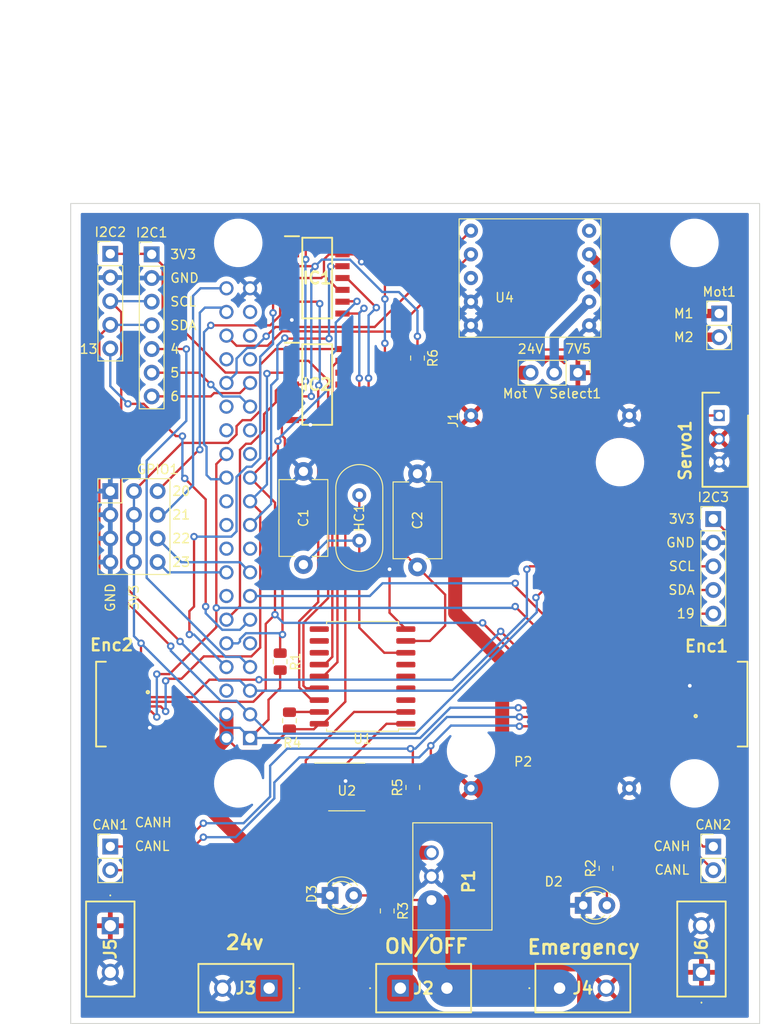
<source format=kicad_pcb>
(kicad_pcb (version 20211014) (generator pcbnew)
  (layers (0 "F.Cu" signal) (31 "B.Cu" signal) (34 "B.Paste" user) (35 "F.Paste" user) (36 "B.SilkS" user "B.Silkscreen") (37 "F.SilkS" user "F.Silkscreen") (38 "B.Mask" user) (39 "F.Mask" user) (44 "Edge.Cuts" user))
  (net 0 "")
  (net 1 "Net-(C1-Pad2)")
  (net 2 "+5V")
  (net 4 "/GPIO 13")
  (net 6 "/SPI1_CS0")
  (net 7 "/SPI1_CS1")
  (net 8 "/UART_TX")
  (net 9 "/GPIO 17")
  (net 11 "/GPIO 19")
  (net 19 "/GPIO 20")
  (net 20 "/GPIO 21")
  (net 22 "Net-(C2-Pad2)")
  (net 24 "GND")
  (net 25 "/SPI1 MOSI")
  (net 26 "+24V")
  (net 31 "Net-(D2-Pad2)")
  (net 32 "Net-(D3-Pad2)")
  (net 33 "/SPI1 CLK")
  (net 34 "/SPI1 MISO")
  (net 35 "+3.3V")
  (net 37 "/GPIO 27")
  (net 38 "/UART_HalfDuplex")
  (net 42 "Net-(U1-Pad1)")
  (net 43 "Net-(U1-Pad2)")
  (net 45 "/GPIO 22")
  (net 46 "/GPIO 23")
  (net 47 "/GPIO 4")
  (net 48 "/Servo DIR")
  (net 49 "/GPIO 5")
  (net 50 "/GPIO 6")
  (net 51 "/GPIO 12")
  (net 52 "/GPIO 16")
  (net 53 "Net-(J2-Pad2)")
  (net 54 "/I2C SDA")
  (net 55 "/I2C SCL")
  (net 58 "/SPI1 CLK_5")
  (net 59 "/SPI1 MOSI_5")
  (net 60 "/SPI1_CS0_5")
  (net 61 "/SPI1 MISO_5")
  (net 63 "/UART_RX")
  (net 68 "+7.5V")
  (net 69 "Net-(Enc1-Pad4)")
  (net 70 "Net-(Mot V Select1-Pad2)")
  (net 71 "Net-(J2-Pad1)")
  (net 72 "Net-(Mot1-Pad1)")
  (net 73 "Net-(Mot1-Pad2)")
  (net 74 "Net-(R4-Pad1)")
  (net 75 "Net-(CAN1-Pad2)")
  (net 76 "Net-(CAN1-Pad1)")
  (footprint "Crystal:Crystal_HC49-4H_Vertical" (layer "F.Cu") (at 98.5 86.8 -90)
    (fp_text reference "HC1")
    (fp_text value "Crystal")
  )
  (footprint "MiAM:XT30UM" (layer "F.Cu") (at 120.015 139.7)
    (fp_text reference "J4")
    (fp_text value "Conn_01x02_Male" hide)
  )
  (footprint "MiAM:MODULE_RASPBERRY_PI_B+" (layer "F.Cu") (at 110 78.73 90)
    (fp_text reference "J1")
    (fp_text value "PI40HAT")
  )
  (footprint "MiAM:SHDR3W60P0X250_1X3_990X490X590P" (layer "F.Cu") (at 137.16 78.25 90)
    (fp_text reference "Servo1")
    (fp_text value "22-03-5035" hide)
  )
  (footprint "MiAM:XT30UM" (layer "F.Cu") (at 88.82 139.7 180)
    (fp_text reference "J3")
    (fp_text value "Conn_01x02_Male" hide)
  )
  (footprint "MiAM:SOIC127P600X175-14N" (layer "F.Cu") (at 93.98 63.5)
    (fp_text reference "IC1")
    (fp_text value "CD74HCT125M96" hide)
  )
  (footprint "Connector_PinHeader_2.54mm:PinHeader_1x02_P2.54mm_Vertical" (layer "F.Cu") (at 136.525 124.5)
    (fp_text reference "CAN2")
    (fp_text value "Conn_01x02_Male")
  )
  (footprint "MiAM:Pin_Header_Straight_3x04_Pitch2.54mm" (layer "F.Cu") (at 71.755 86.36)
    (fp_text reference "GPIO1")
    (fp_text value "Conn_03x04")
  )
  (footprint "MiAM:PololuMAX14870" (layer "F.Cu") (at 109.22 69.85)
    (fp_text reference "U4")
    (fp_text value "Pololu_MAX14870")
  )
  (footprint "Resistor_SMD:R_0805_2012Metric" (layer "F.Cu") (at 90 104.6625 -90)
    (fp_text reference "R1")
    (fp_text value "10k")
  )
  (footprint "Package_SO:SOIC-8_3.9x4.9mm_P1.27mm" (layer "F.Cu") (at 97.155 118.11)
    (fp_text reference "U2")
    (fp_text value "TJA1049T")
  )
  (footprint "Resistor_SMD:R_0805_2012Metric" (layer "F.Cu") (at 101.5 131.4125 -90)
    (fp_text reference "R3")
    (fp_text value "R")
  )
  (footprint "Connector_PinHeader_2.54mm:PinHeader_1x03_P2.54mm_Vertical" (layer "F.Cu") (at 121.98 73.66 -90)
    (fp_text reference "Mot V Select1")
    (fp_text value "Conn_01x03_Male")
  )
  (footprint "LED_THT:LED_D3.0mm" (layer "F.Cu") (at 122.555 130.81)
    (fp_text reference "D2")
    (fp_text value "LED")
  )
  (footprint "Resistor_SMD:R_0805_2012Metric" (layer "F.Cu") (at 104.25 118.1625 90)
    (fp_text reference "R5")
    (fp_text value "120")
  )
  (footprint "Connector_PinHeader_2.54mm:PinHeader_1x02_P2.54mm_Vertical" (layer "F.Cu") (at 71.755 124.5)
    (fp_text reference "CAN1")
    (fp_text value "Conn_01x02_Male")
  )
  (footprint "MiAM:XT30UM" (layer "F.Cu") (at 135.255 138 90)
    (fp_text reference "J6")
    (fp_text value "Conn_01x02_Male" hide)
  )
  (footprint "Connector_PinHeader_2.54mm:PinHeader_1x05_P2.54mm_Vertical" (layer "F.Cu") (at 71.755 60.905)
    (fp_text reference "I2C2")
    (fp_text value "Conn_01x05_Male")
  )
  (footprint "Capacitor_THT:C_Disc_D8.0mm_W5.0mm_P10.00mm" (layer "F.Cu") (at 104.75 84.5 -90)
    (fp_text reference "C2")
    (fp_text value "C")
  )
  (footprint "MiAM:XT30UM" (layer "F.Cu") (at 102.91 139.7)
    (fp_text reference "J2")
    (fp_text value "Conn_01x02_Male" hide)
  )
  (footprint "Resistor_SMD:R_0805_2012Metric" (layer "F.Cu") (at 91 111 -90)
    (fp_text reference "R4")
    (fp_text value "10k")
  )
  (footprint "MiAM:XT30UM" (layer "F.Cu") (at 71.755 133 -90)
    (fp_text reference "J5")
    (fp_text value "Conn_01x02_Male" hide)
  )
  (footprint "MiAM:CONV_R-78Bxx-2.0" (layer "F.Cu") (at 106.25 130.25 90)
    (fp_text reference "P1")
    (fp_text value "P1")
  )
  (footprint "Connector_PinHeader_2.54mm:PinHeader_1x05_P2.54mm_Vertical" (layer "F.Cu") (at 136.525 89.355)
    (fp_text reference "I2C3")
    (fp_text value "Conn_01x05_Male")
  )
  (footprint "Connector_PinHeader_2.54mm:PinHeader_1x02_P2.54mm_Vertical" (layer "F.Cu") (at 137.16 67.31)
    (fp_text reference "Mot1")
    (fp_text value "Conn_01x02_Male")
  )
  (footprint "MiAM:52746-0671" (layer "F.Cu") (at 74.5305 109.22 -90)
    (fp_text reference "Enc2")
    (fp_text value "MagneticEncoder" hide)
  )
  (footprint "Connector_PinHeader_2.54mm:PinHeader_1x07_P2.54mm_Vertical" (layer "F.Cu") (at 76.2 60.96)
    (fp_text reference "I2C1")
    (fp_text value "Conn_01x07_Male")
  )
  (footprint "MiAM:SOIC127P600X175-14N" (layer "F.Cu") (at 93.98 74.93)
    (fp_text reference "IC2")
    (fp_text value "SN74LVC126ADR" hide)
  )
  (footprint "MiAM:52746-0671" (layer "F.Cu") (at 135.89 109.22 90)
    (fp_text reference "Enc1")
    (fp_text value "MagneticEncoder" hide)
  )
  (footprint "Package_SO:SOIC-18W_7.5x11.6mm_P1.27mm" (layer "F.Cu") (at 98.85 106.25 180)
    (fp_text reference "U1")
    (fp_text value "MCP2515-xSO")
  )
  (footprint "Resistor_SMD:R_0805_2012Metric" (layer "F.Cu") (at 104.75 72.0875 -90)
    (fp_text reference "R6")
    (fp_text value "10k")
  )
  (footprint "MiAM:StepDown5A" (layer "F.Cu") (at 110.5 118.25)
    (fp_text reference "P2")
    (fp_text value "Amazon 5A stepdown")
  )
  (footprint "LED_THT:LED_D3.0mm" (layer "F.Cu") (at 95.36 129.75)
    (fp_text reference "D3")
    (fp_text value "LED")
  )
  (footprint "Resistor_SMD:R_0805_2012Metric" (layer "F.Cu") (at 125 126.8375 90)
    (fp_text reference "R2")
    (fp_text value "R")
  )
  (footprint "Capacitor_THT:C_Disc_D8.0mm_W5.0mm_P10.00mm" (layer "F.Cu") (at 92.5 84.25 -90)
    (fp_text reference "C1")
    (fp_text value "C")
  )
  (gr_rect (start 67.5 143.5) (end 141.5 55.5) (layer "Edge.Cuts") (width 0.1) (fill none))
  (gr_text "6" (at 78.105 76.2) (layer "F.SilkS") (effects (font (size 1 1)) (justify left)))
  (gr_text "4" (at 78.105 71.12) (layer "F.SilkS") (effects (font (size 1 1)) (justify left)))
  (gr_text "3V3" (at 74.295 97.79 90) (layer "F.SilkS") (effects (font (size 1 1))))
  (gr_text "GND" (at 134.62 91.89) (layer "F.SilkS") (effects (font (size 1 1)) (justify right)))
  (gr_text "CANL" (at 74.295 124.46) (layer "F.SilkS") (effects (font (size 1 1)) (justify left)))
  (gr_text "3V3" (at 78.105 60.96) (layer "F.SilkS") (effects (font (size 1 1)) (justify left)))
  (gr_text "ON/OFF" (at 105.7 135.2) (layer "F.SilkS") (effects (font (size 1.5 1.5) (thickness 0.3))))
  (gr_text "M2" (at 133.35 69.85) (layer "F.SilkS") (effects (font (size 1 1))))
  (gr_text "3V3" (at 134.62 89.35) (layer "F.SilkS") (effects (font (size 1 1)) (justify right)))
  (gr_text "SCL" (at 78.105 66.04) (layer "F.SilkS") (effects (font (size 1 1)) (justify left)))
  (gr_text "23" (at 79.375 93.98) (layer "F.SilkS") (effects (font (size 1 1))))
  (gr_text "CANL" (at 132.08 127.005) (layer "F.SilkS") (effects (font (size 1 1))))
  (gr_text "24v" (at 86.2 134.8) (layer "F.SilkS") (effects (font (size 1.5 1.5) (thickness 0.3))))
  (gr_text "SDA" (at 78.105 68.58) (layer "F.SilkS") (effects (font (size 1 1)) (justify left)))
  (gr_text "19" (at 134.62 99.51) (layer "F.SilkS") (effects (font (size 1 1)) (justify right)))
  (gr_text "24V" (at 116.9 71.12) (layer "F.SilkS") (effects (font (size 1 1))))
  (gr_text "20" (at 79.375 86.36) (layer "F.SilkS") (effects (font (size 1 1))))
  (gr_text "21" (at 79.375 88.9) (layer "F.SilkS") (effects (font (size 1 1))))
  (gr_text "Emergency" (at 122.6 135.3) (layer "F.SilkS") (effects (font (size 1.5 1.5) (thickness 0.3))))
  (gr_text "5" (at 78.105 73.66) (layer "F.SilkS") (effects (font (size 1 1)) (justify left)))
  (gr_text "22" (at 79.375 91.44) (layer "F.SilkS") (effects (font (size 1 1))))
  (gr_text "GND" (at 71.755 97.79 90) (layer "F.SilkS") (effects (font (size 1 1))))
  (gr_text "M1" (at 133.35 67.31) (layer "F.SilkS") (effects (font (size 1 1))))
  (gr_text "13\n" (at 70.485 71.12) (layer "F.SilkS") (effects (font (size 1 1)) (justify right)))
  (gr_text "CANH" (at 74.295 121.92) (layer "F.SilkS") (effects (font (size 1 1)) (justify left)))
  (gr_text "7V5" (at 122 71.1) (layer "F.SilkS") (effects (font (size 1 1))))
  (gr_text "GND" (at 78.105 63.5) (layer "F.SilkS") (effects (font (size 1 1)) (justify left)))
  (gr_text "SDA" (at 134.62 96.97) (layer "F.SilkS") (effects (font (size 1 1)) (justify right)))
  (gr_text "CANH" (at 132.08 124.465) (layer "F.SilkS") (effects (font (size 1 1))))
  (gr_text "SCL" (at 134.62 94.43) (layer "F.SilkS") (effects (font (size 1 1)) (justify right)))
  (segment (start 98.5 91.68) (end 98.5 101.025305) (width 0.25) (layer "F.Cu") (net 1))
  (segment (start 98.5 101.025305) (end 101.184695 103.71) (width 0.25) (layer "F.Cu") (net 1))
  (segment (start 101.184695 103.71) (end 103.5 103.71) (width 0.25) (layer "F.Cu") (net 1))
  (segment (start 98.5 91.68) (end 95.07 91.68) (width 0.25) (layer "B.Cu") (net 1))
  (segment (start 95.07 91.68) (end 92.5 94.25) (width 0.25) (layer "B.Cu") (net 1))
  (segment (start 88.6625 114.25) (end 85.62 114.25) (width 0.25) (layer "F.Cu") (net 2))
  (segment (start 94.2 111.33) (end 93.6175 111.9125) (width 0.25) (layer "F.Cu") (net 2))
  (segment (start 87.202435 125.16) (end 96.04 125.16) (width 1.5) (layer "F.Cu") (net 2))
  (segment (start 84.23 112.86) (end 84.23 110.32) (width 1.5) (layer "F.Cu") (net 2))
  (segment (start 95.845 118.745) (end 96.2 119.1) (width 0.25) (layer "F.Cu") (net 2))
  (segment (start 104.75 73) (end 101.25 73) (width 0.25) (layer "F.Cu") (net 2))
  (segment (start 94.626751 111.33) (end 97 108.956751) (width 0.25) (layer "F.Cu") (net 2))
  (segment (start 101.25 73) (end 101.25 70.5) (width 0.25) (layer "F.Cu") (net 2))
  (segment (start 81.45 119.407565) (end 87.202435 125.16) (width 1.5) (layer "F.Cu") (net 2))
  (segment (start 96.692 59.69) (end 97.715305 59.69) (width 0.25) (layer "F.Cu") (net 2))
  (segment (start 91 111.9125) (end 88.6625 114.25) (width 0.25) (layer "F.Cu") (net 2))
  (segment (start 96.04 125.16) (end 106.25 125.16) (width 1.5) (layer "F.Cu") (net 2))
  (segment (start 96.2 119.1) (end 96.2 125) (width 0.25) (layer "F.Cu") (net 2))
  (segment (start 101.25 78) (end 101.25 73) (width 0.25) (layer "F.Cu") (net 2))
  (segment (start 97 108.956751) (end 97 82.25) (width 0.25) (layer "F.Cu") (net 2))
  (segment (start 96.2 125) (end 96.04 125.16) (width 0.25) (layer "F.Cu") (net 2))
  (segment (start 97 82.25) (end 101.25 78) (width 0.25) (layer "F.Cu") (net 2))
  (segment (start 85.62 114.25) (end 84.23 112.86) (width 0.25) (layer "F.Cu") (net 2))
  (segment (start 101.25 63.224695) (end 101.25 65.75) (width 0.25) (layer "F.Cu") (net 2))
  (segment (start 94.68 118.745) (end 95.845 118.745) (width 0.25) (layer "F.Cu") (net 2))
  (segment (start 93.6175 111.9125) (end 91 111.9125) (width 0.25) (layer "F.Cu") (net 2))
  (segment (start 84.23 112.86) (end 81.45 115.64) (width 1.5) (layer "F.Cu") (net 2))
  (segment (start 81.45 115.64) (end 81.45 119.407565) (width 1.5) (layer "F.Cu") (net 2))
  (segment (start 97.715305 59.69) (end 101.25 63.224695) (width 0.25) (layer "F.Cu") (net 2))
  (via (at 101.25 70.5) (size 0.8) (drill 0.4) (layers "F.Cu" "B.Cu") (net 2))
  (via (at 101.25 65.75) (size 0.8) (drill 0.4) (layers "F.Cu" "B.Cu") (net 2))
  (segment (start 101.25 70.5) (end 101.25 65.75) (width 0.25) (layer "B.Cu") (net 2))
  (segment (start 88.92 68.58) (end 90 67.5) (width 0.25) (layer "F.Cu") (net 6))
  (segment (start 90 65) (end 90.23 64.77) (width 0.25) (layer "F.Cu") (net 6))
  (segment (start 90.23 64.77) (end 91.268 64.77) (width 0.25) (layer "F.Cu") (net 6))
  (segment (start 90 67.5) (end 90 65) (width 0.25) (layer "F.Cu") (net 6))
  (segment (start 82.55 68.58) (end 88.92 68.58) (width 0.25) (layer "F.Cu") (net 6))
  (via (at 82.55 68.58) (size 0.8) (drill 0.4) (layers "F.Cu" "B.Cu") (net 6))
  (segment (start 82.55 68.58) (end 81.8195 69.3105) (width 0.25) (layer "B.Cu") (net 6))
  (segment (start 81.8195 81.339695) (end 82.0945 81.614695) (width 0.25) (layer "B.Cu") (net 6))
  (segment (start 81.8195 69.3105) (end 81.8195 81.339695) (width 0.25) (layer "B.Cu") (net 6))
  (segment (start 82.55 85.09) (end 84.06 85.09) (width 0.25) (layer "B.Cu") (net 6))
  (segment (start 82.0945 81.614695) (end 82.0945 84.6345) (width 0.25) (layer "B.Cu") (net 6))
  (segment (start 82.0945 84.6345) (end 82.55 85.09) (width 0.25) (layer "B.Cu") (net 6))
  (segment (start 76.145 109.995) (end 75.5 109.995) (width 0.25) (layer "F.Cu") (net 7))
  (segment (start 83.143 98.893) (end 83.143 83.467) (width 0.25) (layer "F.Cu") (net 7))
  (segment (start 78.113604 106) (end 76.75 106) (width 0.25) (layer "F.Cu") (net 7))
  (segment (start 83.143 83.467) (end 84.23 82.38) (width 0.25) (layer "F.Cu") (net 7))
  (segment (start 83.143 100.970604) (end 78.113604 106) (width 0.25) (layer "F.Cu") (net 7))
  (segment (start 124.995 108.495) (end 135.345 108.495) (width 0.25) (layer "F.Cu") (net 7))
  (segment (start 83.143 98.893) (end 83.143 100.970604) (width 0.25) (layer "F.Cu") (net 7))
  (segment (start 115.25 98.75) (end 124.995 108.495) (width 0.25) (layer "F.Cu") (net 7))
  (segment (start 76.75 110.6) (end 76.145 109.995) (width 0.25) (layer "F.Cu") (net 7))
  (via (at 76.75 106) (size 0.8) (drill 0.4) (layers "F.Cu" "B.Cu") (net 7))
  (via (at 115.25 98.75) (size 0.8) (drill 0.4) (layers "F.Cu" "B.Cu") (net 7))
  (via (at 83.143 98.893) (size 0.8) (drill 0.4) (layers "F.Cu" "B.Cu") (net 7))
  (via (at 76.75 110.6) (size 0.8) (drill 0.4) (layers "F.Cu" "B.Cu") (net 7))
  (segment (start 115.107 98.893) (end 115.25 98.75) (width 0.25) (layer "B.Cu") (net 7))
  (segment (start 76.75 106) (end 76.75 110.6) (width 0.25) (layer "B.Cu") (net 7))
  (segment (start 83.143 98.893) (end 115.107 98.893) (width 0.25) (layer "B.Cu") (net 7))
  (segment (start 89.237701 67.237701) (end 89.237701 62.522799) (width 0.25) (layer "F.Cu") (net 8))
  (segment (start 80.25 101.75) (end 80.25 99.25) (width 0.25) (layer "F.Cu") (net 8))
  (segment (start 80.75 91.25) (end 80.75 98.75) (width 0.25) (layer "F.Cu") (net 8))
  (segment (start 80.25 99.25) (end 80.75 98.75) (width 0.25) (layer "F.Cu") (net 8))
  (segment (start 89.237701 62.522799) (end 90.8005 60.96) (width 0.25) (layer "F.Cu") (net 8))
  (via (at 89.237701 67.237701) (size 0.8) (drill 0.4) (layers "F.Cu" "B.Cu") (net 8))
  (via (at 80.75 91.25) (size 0.8) (drill 0.4) (layers "F.Cu" "B.Cu") (net 8))
  (via (at 80.25 101.75) (size 0.8) (drill 0.4) (layers "F.Cu" "B.Cu") (net 8))
  (segment (start 85.317 90.683) (end 84.75 91.25) (width 0.25) (layer "B.Cu") (net 8))
  (segment (start 86.937251 83.75) (end 86.402749 83.75) (width 0.25) (layer "B.Cu") (net 8))
  (segment (start 85.317 84.835749) (end 85.317 90.683) (width 0.25) (layer "B.Cu") (net 8))
  (segment (start 87.857 71.946104) (end 89.237701 70.565403) (width 0.25) (layer "B.Cu") (net 8))
  (segment (start 80.74 101.75) (end 80.25 101.75) (width 0.25) (layer "B.Cu") (net 8))
  (segment (start 87.857 82.830251) (end 86.937251 83.75) (width 0.25) (layer "B.Cu") (net 8))
  (segment (start 87.857 71.946104) (end 87.857 82.830251) (width 0.25) (layer "B.Cu") (net 8))
  (segment (start 84.23 105.24) (end 80.74 101.75) (width 0.25) (layer "B.Cu") (net 8))
  (segment (start 84.75 91.25) (end 80.75 91.25) (width 0.25) (layer "B.Cu") (net 8))
  (segment (start 86.402749 83.75) (end 85.317 84.835749) (width 0.25) (layer "B.Cu") (net 8))
  (segment (start 89.237701 70.565403) (end 89.237701 67.237701) (width 0.25) (layer "B.Cu") (net 8))
  (segment (start 75.338299 77) (end 73.6545 77) (width 0.25) (layer "F.Cu") (net 9))
  (segment (start 78.803799 80.4655) (end 75.338299 77) (width 0.25) (layer "F.Cu") (net 9))
  (segment (start 79.5 80.4655) (end 78.803799 80.4655) (width 0.25) (layer "F.Cu") (net 9))
  (segment (start 82 87.25) (end 79.75 85) (width 0.25) (layer "F.Cu") (net 9))
  (segment (start 82 98.75) (end 82 87.25) (width 0.25) (layer "F.Cu") (net 9))
  (via (at 79.5 80.4655) (size 0.8) (drill 0.4) (layers "F.Cu" "B.Cu") (net 9))
  (via (at 79.75 85) (size 0.8) (drill 0.4) (layers "F.Cu" "B.Cu") (net 9))
  (via (at 82 98.75) (size 0.8) (drill 0.4) (layers "F.Cu" "B.Cu") (net 9))
  (via (at 73.6545 77) (size 0.8) (drill 0.4) (layers "F.Cu" "B.Cu") (net 9))
  (segment (start 86.77 100.16) (end 85.683 101.247) (width 0.25) (layer "B.Cu") (net 9))
  (segment (start 79.75 85) (end 79.5 84.75) (width 0.25) (layer "B.Cu") (net 9))
  (segment (start 83.779749 101.247) (end 82 99.467251) (width 0.25) (layer "B.Cu") (net 9))
  (segment (start 71.755 75.1005) (end 71.755 71.065) (width 0.25) (layer "B.Cu") (net 9))
  (segment (start 73.6545 77) (end 71.755 75.1005) (width 0.25) (layer "B.Cu") (net 9))
  (segment (start 79.5 84.75) (end 79.5 80.4655) (width 0.25) (layer "B.Cu") (net 9))
  (segment (start 85.683 101.247) (end 83.779749 101.247) (width 0.25) (layer "B.Cu") (net 9))
  (segment (start 82 99.467251) (end 82 98.75) (width 0.25) (layer "B.Cu") (net 9))
  (segment (start 81.28 81.915) (end 81.3695 81.915) (width 0.25) (layer "F.Cu") (net 19))
  (segment (start 76.835 86.36) (end 81.28 81.915) (width 0.25) (layer "F.Cu") (net 19))
  (via (at 81.3695 81.915) (size 0.8) (drill 0.4) (layers "F.Cu" "B.Cu") (net 19))
  (segment (start 81.915 66.675) (end 83.82 66.675) (width 0.25) (layer "B.Cu") (net 19))
  (segment (start 81.3695 67.2205) (end 81.915 66.675) (width 0.25) (layer "B.Cu") (net 19))
  (segment (start 81.3695 81.915) (end 81.3695 67.2205) (width 0.25) (layer "B.Cu") (net 19))
  (segment (start 81.45 64.6) (end 84.23 64.6) (width 0.25) (layer "B.Cu") (net 20))
  (segment (start 80.645 85.725) (end 80.645 65.405) (width 0.25) (layer "B.Cu") (net 20))
  (segment (start 80.645 65.405) (end 81.45 64.6) (width 0.25) (layer "B.Cu") (net 20))
  (segment (start 76.835 89.535) (end 80.645 85.725) (width 0.25) (layer "B.Cu") (net 20))
  (segment (start 104.75 94.5) (end 107.725 97.475) (width 0.25) (layer "F.Cu") (net 22))
  (segment (start 107.725 100.800305) (end 106.085305 102.44) (width 0.25) (layer "F.Cu") (net 22))
  (segment (start 107.725 97.475) (end 107.725 100.800305) (width 0.25) (layer "F.Cu") (net 22))
  (segment (start 98.5 86.8) (end 98.5 88.25) (width 0.25) (layer "F.Cu") (net 22))
  (segment (start 98.5 88.25) (end 104.75 94.5) (width 0.25) (layer "F.Cu") (net 22))
  (segment (start 106.085305 102.44) (end 103.5 102.44) (width 0.25) (layer "F.Cu") (net 22))
  (segment (start 91.268 67.982) (end 91.25 68) (width 0.25) (layer "F.Cu") (net 24))
  (segment (start 94.705 63.2205) (end 94.705 61.505) (width 0.25) (layer "F.Cu") (net 24))
  (segment (start 134.72 107.97) (end 134 107.25) (width 0.25) (layer "F.Cu") (net 24))
  (segment (start 92.74 78.74) (end 93.25 79.25) (width 0.25) (layer "F.Cu") (net 24))
  (segment (start 97.96 60.96) (end 98.75 61.75) (width 0.25) (layer "F.Cu") (net 24))
  (segment (start 98.295 116.205) (end 99.63 116.205) (width 0.25) (layer "F.Cu") (net 24))
  (segment (start 97.025 117.475) (end 98.295 116.205) (width 0.25) (layer "F.Cu") (net 24))
  (segment (start 96.692 60.96) (end 95.25 60.96) (width 0.25) (layer "F.Cu") (net 24))
  (segment (start 75.0505 110.8005) (end 76 111.75) (width 0.25) (layer "F.Cu") (net 24))
  (segment (start 94.68 117.475) (end 97.025 117.475) (width 0.25) (layer "F.Cu") (net 24))
  (segment (start 91.268 63.5) (end 94.4255 63.5) (width 0.25) (layer "F.Cu") (net 24))
  (segment (start 91.268 67.31) (end 91.268 67.982) (width 0.25) (layer "F.Cu") (net 24))
  (segment (start 103.5 101.17) (end 101.75 99.42) (width 0.25) (layer "F.Cu") (net 24))
  (segment (start 95.25 60.96) (end 94.705 61.505) (width 0.25) (layer "F.Cu") (net 24))
  (segment (start 135.37 107.97) (end 134.72 107.97) (width 0.25) (layer "F.Cu") (net 24))
  (segment (start 96.2545 64.77) (end 94.705 63.2205) (width 0.25) (layer "F.Cu") (net 24))
  (segment (start 75.0505 110.47) (end 75.0505 110.8005) (width 0.25) (layer "F.Cu") (net 24))
  (segment (start 94.4255 63.5) (end 94.705 63.2205) (width 0.25) (layer "F.Cu") (net 24))
  (segment (start 101.75 99.42) (end 101.75 94.75) (width 0.25) (layer "F.Cu") (net 24))
  (segment (start 96.692 60.96) (end 97.96 60.96) (width 0.25) (layer "F.Cu") (net 24))
  (segment (start 91.268 78.74) (end 92.74 78.74) (width 0.25) (layer "F.Cu") (net 24))
  (via (at 76 111.75) (size 0.8) (drill 0.4) (layers "F.Cu" "B.Cu") (net 24))
  (via (at 91.25 68) (size 0.8) (drill 0.4) (layers "F.Cu" "B.Cu") (net 24))
  (via (at 134 107.25) (size 0.8) (drill 0.4) (layers "F.Cu" "B.Cu") (net 24))
  (via (at 101.75 94.75) (size 0.8) (drill 0.4) (layers "F.Cu" "B.Cu") (net 24))
  (via (at 98.75 61.75) (size 0.8) (drill 0.4) (layers "F.Cu" "B.Cu") (net 24))
  (via (at 93.25 79.25) (size 0.8) (drill 0.4) (layers "F.Cu" "B.Cu") (net 24))
  (via (at 97.025 117.475) (size 0.8) (drill 0.4) (layers "F.Cu" "B.Cu") (net 24))
  (segment (start 90.5 69.9395) (end 90.5605 70) (width 0.25) (layer "F.Cu") (net 25))
  (segment (start 95.4295 62.25) (end 96.672 62.25) (width 0.25) (layer "F.Cu") (net 25))
  (segment (start 90.5605 70) (end 95.25 70) (width 0.25) (layer "F.Cu") (net 25))
  (via (at 95.4295 62.25) (size 0.8) (drill 0.4) (layers "F.Cu" "B.Cu") (net 25))
  (via (at 90.5 69.9395) (size 0.8) (drill 0.4) (layers "F.Cu" "B.Cu") (net 25))
  (via (at 95.25 70) (size 0.8) (drill 0.4) (layers "F.Cu" "B.Cu") (net 25))
  (segment (start 89.7 74.3315) (end 89.7 70.7395) (width 0.25) (layer "B.Cu") (net 25))
  (segment (start 89.0315 87.7385) (end 89.0315 75) (width 0.25) (layer "B.Cu") (net 25))
  (segment (start 86.77 90) (end 89.0315 87.7385) (width 0.25) (layer "B.Cu") (net 25))
  (segment (start 95.25 62.4295) (end 95.4295 62.25) (width 0.25) (layer "B.Cu") (net 25))
  (segment (start 95.25 70) (end 95.25 62.4295) (width 0.25) (layer "B.Cu") (net 25))
  (segment (start 89.0315 75) (end 89.7 74.3315) (width 0.25) (layer "B.Cu") (net 25))
  (segment (start 89.7 70.7395) (end 90.5 69.9395) (width 0.25) (layer "B.Cu") (net 25))
  (segment (start 116.9 73.66) (end 108.09 73.66) (width 1.5) (layer "F.Cu") (net 26))
  (segment (start 108.09 73.66) (end 106.5 75.25) (width 1.5) (layer "F.Cu") (net 26))
  (segment (start 106.5 75.25) (end 106.5 80) (width 1.5) (layer "F.Cu") (net 26))
  (segment (start 108.8 99.459189) (end 113.850001 104.50919) (width 1.5) (layer "F.Cu") (net 26))
  (segment (start 111.237617 118.25) (end 110.5 118.25) (width 1.5) (layer "F.Cu") (net 26))
  (segment (start 108.8 82.3) (end 108.8 99.459189) (width 1.5) (layer "F.Cu") (net 26))
  (segment (start 106.5 80) (end 108.8 82.3) (width 1.5) (layer "F.Cu") (net 26))
  (segment (start 113.850001 115.637616) (end 111.237617 118.25) (width 1.5) (layer "F.Cu") (net 26))
  (segment (start 113.850001 104.50919) (end 113.850001 115.637616) (width 1.5) (layer "F.Cu") (net 26))
  (segment (start 125.095 130.81) (end 125.095 127.845) (width 0.25) (layer "F.Cu") (net 31))
  (segment (start 100.75 129.75) (end 101.5 130.5) (width 0.25) (layer "F.Cu") (net 32))
  (segment (start 97.9 129.75) (end 100.75 129.75) (width 0.25) (layer "F.Cu") (net 32))
  (segment (start 89.4455 99.1955) (end 89.4455 87.5955) (width 0.25) (layer "F.Cu") (net 33))
  (segment (start 89.4455 99.6175) (end 88.45 100.613) (width 0.25) (layer "F.Cu") (net 33))
  (segment (start 86.77 84.92) (end 89.756 81.934) (width 0.25) (layer "F.Cu") (net 33))
  (segment (start 89.756 81.934) (end 89.756 81) (width 0.25) (layer "F.Cu") (net 33))
  (segment (start 87.117251 108.97) (end 88.45 107.637251) (width 0.25) (layer "F.Cu") (net 33))
  (segment (start 135.37 109.47) (end 120.72 109.47) (width 0.25) (layer "F.Cu") (net 33))
  (segment (start 89.4455 87.5955) (end 86.77 84.92) (width 0.25) (layer "F.Cu") (net 33))
  (segment (start 88.45 100.613) (end 88.45 107.637251) (width 0.25) (layer "F.Cu") (net 33))
  (segment (start 98.25 66) (end 96.732 66) (width 0.25) (layer "F.Cu") (net 33))
  (segment (start 75.0505 108.97) (end 87.117251 108.97) (width 0.25) (layer "F.Cu") (net 33))
  (segment (start 120.72 109.47) (end 111.75 100.5) (width 0.25) (layer "F.Cu") (net 33))
  (via (at 98.25 66) (size 0.8) (drill 0.4) (layers "F.Cu" "B.Cu") (net 33))
  (via (at 89.4455 99.6175) (size 0.8) (drill 0.4) (layers "F.Cu" "B.Cu") (net 33))
  (via (at 111.75 100.5) (size 0.8) (drill 0.4) (layers "F.Cu" "B.Cu") (net 33))
  (via (at 89.756 81) (size 0.8) (drill 0.4) (layers "F.Cu" "B.Cu") (net 33))
  (segment (start 95.5 71.75) (end 95.975 71.275) (width 0.25) (layer "B.Cu") (net 33))
  (segment (start 89.756 80.814304) (end 95.5 75.070305) (width 0.25) (layer "B.Cu") (net 33))
  (segment (start 95.975 71.275) (end 95.975 68.275) (width 0.25) (layer "B.Cu") (net 33))
  (segment (start 89.756 81) (end 89.756 80.814304) (width 0.25) (layer "B.Cu") (net 33))
  (segment (start 95.975 68.275) (end 98.25 66) (width 0.25) (layer "B.Cu") (net 33))
  (segment (start 95.5 75.070305) (end 95.5 71.75) (width 0.25) (layer "B.Cu") (net 33))
  (segment (start 111.75 100.5) (end 90.328 100.5) (width 0.25) (layer "B.Cu") (net 33))
  (segment (start 90.328 100.5) (end 89.4455 99.6175) (width 0.25) (layer "B.Cu") (net 33))
  (segment (start 86.907251 104.1) (end 81.8 104.1) (width 0.25) (layer "F.Cu") (net 34))
  (segment (start 77.7 110) (end 77.17 109.47) (width 0.25) (layer "F.Cu") (net 34))
  (segment (start 77.9245 106.5) (end 77.7 106.7245) (width 0.25) (layer "F.Cu") (net 34))
  (segment (start 87.857 88.833) (end 87.857 103.150251) (width 0.25) (layer "F.Cu") (net 34))
  (segment (start 88 88.69) (end 86.77 87.46) (width 0.25) (layer "F.Cu") (net 34))
  (segment (start 88 88.69) (end 87.857 88.833) (width 0.25) (layer "F.Cu") (net 34))
  (segment (start 77.17 109.47) (end 75.0505 109.47) (width 0.25) (layer "F.Cu") (net 34))
  (segment (start 88.6715 73.66) (end 88.5815 73.75) (width 0.25) (layer "F.Cu") (net 34))
  (segment (start 79.4 106.5) (end 77.9245 106.5) (width 0.25) (layer "F.Cu") (net 34))
  (segment (start 81.8 104.1) (end 79.4 106.5) (width 0.25) (layer "F.Cu") (net 34))
  (segment (start 91.268 73.66) (end 88.6715 73.66) (width 0.25) (layer "F.Cu") (net 34))
  (segment (start 87.857 103.150251) (end 86.907251 104.1) (width 0.25) (layer "F.Cu") (net 34))
  (via (at 77.7 106.7245) (size 0.8) (drill 0.4) (layers "F.Cu" "B.Cu") (net 34))
  (via (at 88.5815 73.75) (size 0.8) (drill 0.4) (layers "F.Cu" "B.Cu") (net 34))
  (via (at 77.7 110) (size 0.8) (drill 0.4) (layers "F.Cu" "B.Cu") (net 34))
  (segment (start 86.77 87.46) (end 88.5815 85.6485) (width 0.25) (layer "B.Cu") (net 34))
  (segment (start 88.5815 85.6485) (end 88.5815 73.75) (width 0.25) (layer "B.Cu") (net 34))
  (segment (start 77.7 106.7245) (end 77.7 110) (width 0.25) (layer "B.Cu") (net 34))
  (segment (start 77.375 62.135) (end 76.2 60.96) (width 0.25) (layer "F.Cu") (net 35))
  (segment (start 86.77 112.86) (end 88.75 110.88) (width 0.25) (layer "F.Cu") (net 35))
  (segment (start 135.37 110.47) (end 136.07 110.47) (width 0.25) (layer "F.Cu") (net 35))
  (segment (start 87.857 72.798) (end 87.857 73.643) (width 0.25) (layer "F.Cu") (net 35))
  (segment (start 95.6045 73.01) (end 95.6045 75.9195) (width 0.25) (layer "F.Cu") (net 35))
  (segment (start 84.417251 81.19) (end 79.465 81.19) (width 0.25) (layer "F.Cu") (net 35))
  (segment (start 90 105.575) (end 90 107.5) (width 0.25) (layer "F.Cu") (net 35))
  (segment (start 87.857 73.643) (end 87.857 77.750251) (width 0.25) (layer "F.Cu") (net 35))
  (segment (start 75.0505 107.97) (end 75.0505 102.6995) (width 0.25) (layer "F.Cu") (net 35))
  (segment (start 88.75 110.88) (end 88.75 108.75) (width 0.25) (layer "F.Cu") (net 35))
  (segment (start 77.375 66.902251) (end 77.375 62.135) (width 0.25) (layer "F.Cu") (net 35))
  (segment (start 120.750497 110.150497) (end 134.400497 110.150497) (width 0.25) (layer "F.Cu") (net 35))
  (segment (start 91.268 71.12) (end 96.692 71.12) (width 0.25) (layer "F.Cu") (net 35))
  (segment (start 96.2245 72.39) (end 95.6045 73.01) (width 0.25) (layer "F.Cu") (net 35))
  (segment (start 134.400497 110.150497) (end 134.72 110.47) (width 0.25) (layer "F.Cu") (net 35))
  (segment (start 139.145 91.975) (end 136.525 89.355) (width 0.25) (layer "F.Cu") (net 35))
  (segment (start 84.115749 73.643) (end 77.375 66.902251) (width 0.25) (layer "F.Cu") (net 35))
  (segment (start 136.07 110.47) (end 139.145 107.395) (width 0.25) (layer "F.Cu") (net 35))
  (segment (start 85.317 79.389749) (end 85.317 80.290251) (width 0.25) (layer "F.Cu") (net 35))
  (segment (start 95.885 76.2) (end 96.692 76.2) (width 0.25) (layer "F.Cu") (net 35))
  (segment (start 135.37 110.47) (end 134.72 110.47) (width 0.25) (layer "F.Cu") (net 35))
  (segment (start 89.535 71.12) (end 91.268 71.12) (width 0.25) (layer "F.Cu") (net 35))
  (segment (start 120.207101 109.607101) (end 120.750497 110.150497) (width 0.25) (layer "F.Cu") (net 35))
  (segment (start 90 107.5) (end 88.75 108.75) (width 0.25) (layer "F.Cu") (net 35))
  (segment (start 95.6045 75.9195) (end 95.885 76.2) (width 0.25) (layer "F.Cu") (net 35))
  (segment (start 87.857 77.750251) (end 86.854251 78.753) (width 0.25) (layer "F.Cu") (net 35))
  (segment (start 71.755 60.905) (end 76.145 60.905) (width 0.25) (layer "F.Cu") (net 35))
  (segment (start 85.953749 78.753) (end 85.317 79.389749) (width 0.25) (layer "F.Cu") (net 35))
  (segment (start 115.589684 109.607101) (end 120.207101 109.607101) (width 0.25) (layer "F.Cu") (net 35))
  (segment (start 89.535 71.12) (end 87.857 72.798) (width 0.25) (layer "F.Cu") (net 35))
  (segment (start 87.857 73.643) (end 84.115749 73.643) (width 0.25) (layer "F.Cu") (net 35))
  (segment (start 139.145 107.395) (end 139.145 91.975) (width 0.25) (layer "F.Cu") (net 35))
  (segment (start 86.854251 78.753) (end 85.953749 78.753) (width 0.25) (layer "F.Cu") (net 35))
  (segment (start 79.465 81.19) (end 74.295 86.36) (width 0.25) (layer "F.Cu") (net 35))
  (segment (start 85.317 80.290251) (end 84.417251 81.19) (width 0.25) (layer "F.Cu") (net 35))
  (segment (start 75.0505 102.6995) (end 75.061375 102.688625) (width 0.25) (layer "F.Cu") (net 35))
  (segment (start 96.692 71.12) (end 96.692 72.39) (width 0.25) (layer "F.Cu") (net 35))
  (via (at 75.061375 102.688625) (size 0.8) (drill 0.4) (layers "F.Cu" "B.Cu") (net 35))
  (via (at 115.589684 109.607101) (size 0.8) (drill 0.4) (layers "F.Cu" "B.Cu") (net 35))
  (segment (start 105.030194 112.86) (end 108.283093 109.607101) (width 0.25) (layer "B.Cu") (net 35))
  (segment (start 85.67 111.76) (end 86.77 112.86) (width 0.25) (layer "B.Cu") (net 35))
  (segment (start 75.061375 102.688625) (end 84.132749 111.76) (width 0.25) (layer "B.Cu") (net 35))
  (segment (start 74.295 86.36) (end 74.295 101.922251) (width 0.25) (layer "B.Cu") (net 35))
  (segment (start 86.77 112.86) (end 105.030194 112.86) (width 0.25) (layer "B.Cu") (net 35))
  (segment (start 108.283093 109.607101) (end 115.589684 109.607101) (width 0.25) (layer "B.Cu") (net 35))
  (segment (start 74.295 101.922251) (end 75.061375 102.688625) (width 0.25) (layer "B.Cu") (net 35))
  (segment (start 84.132749 111.76) (end 85.67 111.76) (width 0.25) (layer "B.Cu") (net 35))
  (segment (start 115.25 96.590305) (end 115.25 96.25) (width 0.25) (layer "F.Cu") (net 37))
  (segment (start 118.174695 99.515) (end 115.25 96.590305) (width 0.25) (layer "F.Cu") (net 37))
  (segment (start 136.525 99.515) (end 118.174695 99.515) (width 0.25) (layer "F.Cu") (net 37))
  (via (at 115.25 96.25) (size 0.8) (drill 0.4) (layers "F.Cu" "B.Cu") (net 37))
  (segment (start 101 96.25) (end 115.25 96.25) (width 0.25) (layer "B.Cu") (net 37))
  (segment (start 101 96.25) (end 99.63 97.62) (width 0.25) (layer "B.Cu") (net 37))
  (segment (start 99.63 97.62) (end 86.77 97.62) (width 0.25) (layer "B.Cu") (net 37))
  (segment (start 132.75 78.25) (end 125.675 71.175) (width 0.25) (layer "F.Cu") (net 38))
  (segment (start 104.75 69.75) (end 104.75 71.175) (width 0.25) (layer "F.Cu") (net 38))
  (segment (start 125.675 71.175) (end 104.75 71.175) (width 0.25) (layer "F.Cu") (net 38))
  (segment (start 93.73 62.23) (end 93.75 62.25) (width 0.25) (layer "F.Cu") (net 38))
  (segment (start 91.268 62.23) (end 93.73 62.23) (width 0.25) (layer "F.Cu") (net 38))
  (segment (start 91.268 76.2) (end 93.345 76.2) (width 0.25) (layer "F.Cu") (net 38))
  (segment (start 137.16 78.25) (end 132.75 78.25) (width 0.25) (layer "F.Cu") (net 38))
  (via (at 93.345 76.2) (size 0.8) (drill 0.4) (layers "F.Cu" "B.Cu") (net 38))
  (via (at 104.75 69.75) (size 0.8) (drill 0.4) (layers "F.Cu" "B.Cu") (net 38))
  (via (at 93.75 62.25) (size 0.8) (drill 0.4) (layers "F.Cu" "B.Cu") (net 38))
  (segment (start 93.345 74.974807) (end 93.435 74.884807) (width 0.25) (layer "B.Cu") (net 38))
  (segment (start 93.345 74.194197) (end 93.345 62.655) (width 0.25) (layer "B.Cu") (net 38))
  (segment (start 93.435 74.284197) (end 93.345 74.194197) (width 0.25) (layer "B.Cu") (net 38))
  (segment (start 97.499696 61.525) (end 100.974696 65) (width 0.25) (layer "B.Cu") (net 38))
  (segment (start 93.345 62.655) (end 93.75 62.25) (width 0.25) (layer "B.Cu") (net 38))
  (segment (start 100.974696 65) (end 102.75 65) (width 0.25) (layer "B.Cu") (net 38))
  (segment (start 102.75 65) (end 104.75 67) (width 0.25) (layer "B.Cu") (net 38))
  (segment (start 93.345 76.2) (end 93.345 74.974807) (width 0.25) (layer "B.Cu") (net 38))
  (segment (start 93.75 62.25) (end 94.475 61.525) (width 0.25) (layer "B.Cu") (net 38))
  (segment (start 93.435 74.884807) (end 93.435 74.284197) (width 0.25) (layer "B.Cu") (net 38))
  (segment (start 94.475 61.525) (end 97.499696 61.525) (width 0.25) (layer "B.Cu") (net 38))
  (segment (start 104.75 67) (end 104.75 69.75) (width 0.25) (layer "B.Cu") (net 38))
  (segment (start 96.545 116.205) (end 101.42 111.33) (width 0.25) (layer "F.Cu") (net 42))
  (segment (start 101.42 111.33) (end 103.5 111.33) (width 0.25) (layer "F.Cu") (net 42))
  (segment (start 94.68 116.205) (end 96.545 116.205) (width 0.25) (layer "F.Cu") (net 42))
  (segment (start 92.75 115.25) (end 97.94 110.06) (width 0.25) (layer "F.Cu") (net 43))
  (segment (start 97.94 110.06) (end 103.5 110.06) (width 0.25) (layer "F.Cu") (net 43))
  (segment (start 92.75 118.461751) (end 92.75 115.25) (width 0.25) (layer "F.Cu") (net 43))
  (segment (start 94.303249 120.015) (end 92.75 118.461751) (width 0.25) (layer "F.Cu") (net 43))
  (segment (start 76.835 91.44) (end 79.388 93.993) (width 0.25) (layer "B.Cu") (net 45))
  (segment (start 85.683 93.993) (end 86.77 95.08) (width 0.25) (layer "B.Cu") (net 45))
  (segment (start 79.388 93.993) (end 85.683 93.993) (width 0.25) (layer "B.Cu") (net 45))
  (segment (start 77.935 95.08) (end 84.23 95.08) (width 0.25) (layer "B.Cu") (net 46))
  (segment (start 76.835 93.98) (end 77.935 95.08) (width 0.25) (layer "B.Cu") (net 46))
  (segment (start 79.9205 71.12) (end 76.2 71.12) (width 0.25) (layer "F.Cu") (net 47))
  (via (at 79.9205 71.12) (size 0.8) (drill 0.4) (layers "F.Cu" "B.Cu") (net 47))
  (segment (start 75.66 95.667251) (end 84.145749 104.153) (width 0.25) (layer "B.Cu") (net 47))
  (segment (start 84.145749 104.153) (end 85.683 104.153) (width 0.25) (layer "B.Cu") (net 47))
  (segment (start 79.9205 71.12) (end 79.9205 78.8295) (width 0.25) (layer "B.Cu") (net 47))
  (segment (start 85.683 104.153) (end 86.77 105.24) (width 0.25) (layer "B.Cu") (net 47))
  (segment (start 79.9205 78.8295) (end 75.66 83.09) (width 0.25) (layer "B.Cu") (net 47))
  (segment (start 75.66 83.09) (end 75.66 95.667251) (width 0.25) (layer "B.Cu") (net 47))
  (segment (start 89.535 76.836396) (end 89.535 75.591896) (width 0.25) (layer "F.Cu") (net 48))
  (segment (start 88.265 79.882251) (end 88.265 78.106396) (width 0.25) (layer "F.Cu") (net 48))
  (segment (start 89.535 75.591896) (end 90.196896 74.93) (width 0.25) (layer "F.Cu") (net 48))
  (segment (start 85.683 98.707) (end 85.683 81.929749) (width 0.25) (layer "F.Cu") (net 48))
  (segment (start 86.867251 81.28) (end 88.265 79.882251) (width 0.25) (layer "F.Cu") (net 48))
  (segment (start 92.71 74.584502) (end 92.364502 74.93) (width 0.25) (layer "F.Cu") (net 48))
  (segment (start 92.44 59.69) (end 91.268 59.69) (width 0.25) (layer "F.Cu") (net 48))
  (segment (start 92.75 61.5) (end 92.75 60) (width 0.25) (layer "F.Cu") (net 48))
  (segment (start 92.364502 74.93) (end 91.268 74.93) (width 0.25) (layer "F.Cu") (net 48))
  (segment (start 84.23 100.16) (end 85.683 98.707) (width 0.25) (layer "F.Cu") (net 48))
  (segment (start 86.332749 81.28) (end 86.867251 81.28) (width 0.25) (layer "F.Cu") (net 48))
  (segment (start 88.265 78.106396) (end 89.535 76.836396) (width 0.25) (layer "F.Cu") (net 48))
  (segment (start 85.683 81.929749) (end 86.332749 81.28) (width 0.25) (layer "F.Cu") (net 48))
  (segment (start 92.75 60) (end 92.44 59.69) (width 0.25) (layer "F.Cu") (net 48))
  (segment (start 90.196896 74.93) (end 91.268 74.93) (width 0.25) (layer "F.Cu") (net 48))
  (via (at 92.71 74.584502) (size 0.8) (drill 0.4) (layers "F.Cu" "B.Cu") (net 48))
  (via (at 92.75 61.5) (size 0.8) (drill 0.4) (layers "F.Cu" "B.Cu") (net 48))
  (segment (start 92.71 61.54) (end 92.75 61.5) (width 0.25) (layer "B.Cu") (net 48))
  (segment (start 92.71 74.584502) (end 92.71 61.54) (width 0.25) (layer "B.Cu") (net 48))
  (segment (start 76.2 73.66) (end 81.28 73.66) (width 0.25) (layer "F.Cu") (net 49))
  (segment (start 81.28 73.66) (end 82.55 74.93) (width 0.25) (layer "F.Cu") (net 49))
  (via (at 82.55 74.93) (size 0.8) (drill 0.4) (layers "F.Cu" "B.Cu") (net 49))
  (segment (start 85.683 76.213) (end 86.77 77.3) (width 0.25) (layer "B.Cu") (net 49))
  (segment (start 82.55 74.93) (end 83.833 76.213) (width 0.25) (layer "B.Cu") (net 49))
  (segment (start 83.833 76.213) (end 85.683 76.213) (width 0.25) (layer "B.Cu") (net 49))
  (segment (start 82.55 76.2) (end 82.903 75.847) (width 0.25) (layer "F.Cu") (net 50))
  (segment (start 82.55 76.2) (end 76.2 76.2) (width 0.25) (layer "F.Cu") (net 50))
  (segment (start 82.903 75.847) (end 85.683 75.847) (width 0.25) (layer "F.Cu") (net 50))
  (segment (start 85.683 75.847) (end 86.77 74.76) (width 0.25) (layer "F.Cu") (net 50))
  (segment (start 100.16 68.75) (end 89.5 68.75) (width 0.25) (layer "F.Cu") (net 51))
  (segment (start 88.5 69.75) (end 89.5 68.75) (width 0.25) (layer "F.Cu") (net 51))
  (segment (start 110.49 58.42) (end 100.16 68.75) (width 0.25) (layer "F.Cu") (net 51))
  (via (at 88.5 69.75) (size 0.8) (drill 0.4) (layers "F.Cu" "B.Cu") (net 51))
  (segment (start 86.452749 71) (end 87.25 71) (width 0.25) (layer "B.Cu") (net 51))
  (segment (start 84.23 74.76) (end 85.317 73.673) (width 0.25) (layer "B.Cu") (net 51))
  (segment (start 85.317 72.135749) (end 86.452749 71) (width 0.25) (layer "B.Cu") (net 51))
  (segment (start 87.25 71) (end 88.5 69.75) (width 0.25) (layer "B.Cu") (net 51))
  (segment (start 85.317 73.673) (end 85.317 72.135749) (width 0.25) (layer "B.Cu") (net 51))
  (segment (start 90.199695 69.2145) (end 93.4645 69.2145) (width 0.25) (layer "F.Cu") (net 52))
  (segment (start 88.647195 70.767) (end 90.199695 69.2145) (width 0.25) (layer "F.Cu") (net 52))
  (segment (start 84.23 69.68) (end 85.317 70.767) (width 0.25) (layer "F.Cu") (net 52))
  (segment (start 93.4645 69.2145) (end 93.5 69.25) (width 0.25) (layer "F.Cu") (net 52))
  (segment (start 93.5 69.25) (end 102.2 69.25) (width 0.25) (layer "F.Cu") (net 52))
  (segment (start 102.2 69.25) (end 110.49 60.96) (width 0.25) (layer "F.Cu") (net 52))
  (segment (start 85.317 70.767) (end 88.647195 70.767) (width 0.25) (layer "F.Cu") (net 52))
  (segment (start 103.585 130.24) (end 106.25 130.24) (width 0.25) (layer "F.Cu") (net 53))
  (segment (start 101.5 132.325) (end 103.585 130.24) (width 0.25) (layer "F.Cu") (net 53))
  (segment (start 106.25 138.04) (end 106.25 130.695) (width 3) (layer "B.Cu") (net 53))
  (segment (start 107.91 139.7) (end 110.7 139.7) (width 4) (layer "B.Cu") (net 53))
  (segment (start 110.7 139.7) (end 120.015 139.7) (width 4) (layer "B.Cu") (net 53))
  (segment (start 107.91 139.7) (end 106.25 138.04) (width 3) (layer "B.Cu") (net 53))
  (segment (start 70.58 95.33) (end 70.58 69.7) (width 0.25) (layer "F.Cu") (net 54))
  (segment (start 118.29 96.975) (end 136.525 96.975) (width 0.25) (layer "F.Cu") (net 54))
  (segment (start 78.25 103) (end 70.58 95.33) (width 0.25) (layer "F.Cu") (net 54))
  (segment (start 117.475 97.79) (end 118.29 96.975) (width 0.25) (layer "F.Cu") (net 54))
  (segment (start 70.58 69.7) (end 71.755 68.525) (width 0.25) (layer "F.Cu") (net 54))
  (via (at 117.475 97.79) (size 0.8) (drill 0.4) (layers "F.Cu" "B.Cu") (net 54))
  (via (at 78.25 103) (size 0.8) (drill 0.4) (layers "F.Cu" "B.Cu") (net 54))
  (segment (start 104.530305 112.395) (end 88.845 112.395) (width 0.25) (layer "B.Cu") (net 54))
  (segment (start 86.77 110.32) (end 85.317 108.867) (width 0.25) (layer "B.Cu") (net 54))
  (segment (start 78.25 103.5) (end 78.25 103) (width 0.25) (layer "B.Cu") (net 54))
  (segment (start 117.475 97.79) (end 117.565 97.88) (width 0.25) (layer "B.Cu") (net 54))
  (segment (start 117.565 99.360305) (end 104.530305 112.395) (width 0.25) (layer "B.Cu") (net 54))
  (segment (start 117.565 97.88) (end 117.565 99.360305) (width 0.25) (layer "B.Cu") (net 54))
  (segment (start 83.617 108.867) (end 78.25 103.5) (width 0.25) (layer "B.Cu") (net 54))
  (segment (start 88.845 112.395) (end 86.77 110.32) (width 0.25) (layer "B.Cu") (net 54))
  (segment (start 71.755 68.525) (end 76.145 68.525) (width 0.25) (layer "B.Cu") (net 54))
  (segment (start 85.317 108.867) (end 83.617 108.867) (width 0.25) (layer "B.Cu") (net 54))
  (segment (start 72.93 96.18) (end 72.93 67.16) (width 0.25) (layer "F.Cu") (net 55))
  (segment (start 72.93 67.16) (end 71.755 65.985) (width 0.25) (layer "F.Cu") (net 55))
  (segment (start 79.25 102.5) (end 72.93 96.18) (width 0.25) (layer "F.Cu") (net 55))
  (segment (start 116.5 94.75) (end 116.815 94.435) (width 0.25) (layer "F.Cu") (net 55))
  (segment (start 116.815 94.435) (end 136.525 94.435) (width 0.25) (layer "F.Cu") (net 55))
  (via (at 79.25 102.5) (size 0.8) (drill 0.4) (layers "F.Cu" "B.Cu") (net 55))
  (via (at 116.5 94.75) (size 0.8) (drill 0.4) (layers "F.Cu" "B.Cu") (net 55))
  (segment (start 86.77 107.78) (end 108.508909 107.78) (width 0.25) (layer "B.Cu") (net 55))
  (segment (start 71.755 65.985) (end 76.145 65.985) (width 0.25) (layer "B.Cu") (net 55))
  (segment (start 116.5 99.788909) (end 116.5 94.75) (width 0.25) (layer "B.Cu") (net 55))
  (segment (start 83.443 106.693) (end 79.25 102.5) (width 0.25) (layer "B.Cu") (net 55))
  (segment (start 108.508909 107.78) (end 116.5 99.788909) (width 0.25) (layer "B.Cu") (net 55))
  (segment (start 86.77 107.78) (end 85.683 106.693) (width 0.25) (layer "B.Cu") (net 55))
  (segment (start 85.683 106.693) (end 83.443 106.693) (width 0.25) (layer "B.Cu") (net 55))
  (segment (start 95.6045 104.1455) (end 94.77 104.98) (width 0.25) (layer "F.Cu") (net 58))
  (segment (start 98.44 67.31) (end 99 66.75) (width 0.25) (layer "F.Cu") (net 58))
  (segment (start 96.692 67.31) (end 98.44 67.31) (width 0.25) (layer "F.Cu") (net 58))
  (segment (start 95.6045 81.565) (end 95.6045 104.1455) (width 0.25) (layer "F.Cu") (net 58))
  (segment (start 98.5 74.25) (end 98.5 78.6695) (width 0.25) (layer "F.Cu") (net 58))
  (segment (start 98.5 78.6695) (end 95.6045 81.565) (width 0.25) (layer "F.Cu") (net 58))
  (via (at 99 66.75) (size 0.8) (drill 0.4) (layers "F.Cu" "B.Cu") (net 58))
  (via (at 98.5 74.25) (size 0.8) (drill 0.4) (layers "F.Cu" "B.Cu") (net 58))
  (segment (start 98.5 74.25) (end 98.5 67.25) (width 0.25) (layer "B.Cu") (net 58))
  (segment (start 98.5 67.25) (end 99 66.75) (width 0.25) (layer "B.Cu") (net 58))
  (segment (start 96.152948 104.723803) (end 96.152948 81.652948) (width 0.25) (layer "F.Cu") (net 59))
  (segment (start 94.626751 106.25) (end 96.152948 104.723803) (width 0.25) (layer "F.Cu") (net 59))
  (segment (start 99.5 78.305896) (end 99.5 74.25) (width 0.25) (layer "F.Cu") (net 59))
  (segment (start 100.33 66.675) (end 97.155 63.5) (width 0.25) (layer "F.Cu") (net 59))
  (segment (start 96.152948 81.652948) (end 99.5 78.305896) (width 0.25) (layer "F.Cu") (net 59))
  (via (at 100.33 66.675) (size 0.8) (drill 0.4) (layers "F.Cu" "B.Cu") (net 59))
  (via (at 99.5 74.25) (size 0.8) (drill 0.4) (layers "F.Cu" "B.Cu") (net 59))
  (segment (start 99.5 74.25) (end 99.5 67.505) (width 0.25) (layer "B.Cu") (net 59))
  (segment (start 99.5 67.505) (end 100.33 66.675) (width 0.25) (layer "B.Cu") (net 59))
  (segment (start 92.05 100.313604) (end 94.0875 98.276104) (width 0.25) (layer "F.Cu") (net 60))
  (segment (start 93.403604 108.79) (end 92.05 107.436396) (width 0.25) (layer "F.Cu") (net 60))
  (segment (start 92.05 107.436396) (end 92.05 100.313604) (width 0.25) (layer "F.Cu") (net 60))
  (segment (start 94.04 66.04) (end 91.268 66.04) (width 0.25) (layer "F.Cu") (net 60))
  (segment (start 94.0875 75.074572) (end 94.147848 75.014224) (width 0.25) (layer "F.Cu") (net 60))
  (segment (start 94.0875 98.276104) (end 94.0875 75.074572) (width 0.25) (layer "F.Cu") (net 60))
  (segment (start 94.25 66.25) (end 94.04 66.04) (width 0.25) (layer "F.Cu") (net 60))
  (via (at 94.147848 75.014224) (size 0.8) (drill 0.4) (layers "F.Cu" "B.Cu") (net 60))
  (via (at 94.25 66.25) (size 0.8) (drill 0.4) (layers "F.Cu" "B.Cu") (net 60))
  (segment (start 94.25 74.912072) (end 94.25 66.25) (width 0.25) (layer "B.Cu") (net 60))
  (segment (start 94.147848 75.014224) (end 94.25 74.912072) (width 0.25) (layer "B.Cu") (net 60))
  (segment (start 95.1545 97.8455) (end 92.5 100.5) (width 0.25) (layer "F.Cu") (net 61))
  (segment (start 91.268 72.39) (end 93.0445 72.39) (width 0.25) (layer "F.Cu") (net 61))
  (segment (start 92.77 107.52) (end 94.2 107.52) (width 0.25) (layer "F.Cu") (net 61))
  (segment (start 92.5 100.5) (end 92.5 107.25) (width 0.25) (layer "F.Cu") (net 61))
  (segment (start 95.1545 74.5) (end 95.1545 97.8455) (width 0.25) (layer "F.Cu") (net 61))
  (segment (start 92.5 107.25) (end 92.77 107.52) (width 0.25) (layer "F.Cu") (net 61))
  (segment (start 93.0445 72.39) (end 95.1545 74.5) (width 0.25) (layer "F.Cu") (net 61))
  (segment (start 90 102) (end 90.25 101.75) (width 0.25) (layer "F.Cu") (net 63))
  (segment (start 90 103.75) (end 90 102) (width 0.25) (layer "F.Cu") (net 63))
  (segment (start 90.5 80.718695) (end 90.5 82.175) (width 0.25) (layer "F.Cu") (net 63))
  (segment (start 90.5 82.175) (end 90.25 82.425) (width 0.25) (layer "F.Cu") (net 63))
  (segment (start 90.1805 78.09) (end 90.1805 80.399195) (width 0.25) (layer "F.Cu") (net 63))
  (segment (start 90.25 101.75) (end 90.25 82.425) (width 0.25) (layer "F.Cu") (net 63))
  (segment (start 90.1805 80.399195) (end 90.5 80.718695) (width 0.25) (layer "F.Cu") (net 63))
  (segment (start 90.8005 77.47) (end 90.1805 78.09) (width 0.25) (layer "F.Cu") (net 63))
  (via (at 90.25 101.75) (size 0.8) (drill 0.4) (layers "F.Cu" "B.Cu") (net 63))
  (segment (start 86.319749 101.613) (end 90.113 101.613) (width 0.25) (layer "B.Cu") (net 63))
  (segment (start 85.483 102.7) (end 85.683 102.5) (width 0.25) (layer "B.Cu") (net 63))
  (segment (start 90.113 101.613) (end 90.25 101.75) (width 0.25) (layer "B.Cu") (net 63))
  (segment (start 85.683 102.249749) (end 86.319749 101.613) (width 0.25) (layer "B.Cu") (net 63))
  (segment (start 84.23 102.7) (end 85.483 102.7) (width 0.25) (layer "B.Cu") (net 63))
  (segment (start 85.683 102.5) (end 85.683 102.249749) (width 0.25) (layer "B.Cu") (net 63))
  (segment (start 82.4 106.6) (end 87.7255 106.6) (width 0.25) (layer "F.Cu") (net 69))
  (segment (start 75.0505 108.47) (end 80.53 108.47) (width 0.25) (layer "F.Cu") (net 69))
  (segment (start 121.244598 108.97) (end 135.37 108.97) (width 0.25) (layer "F.Cu") (net 69))
  (segment (start 80.53 108.47) (end 82.4 106.6) (width 0.25) (layer "F.Cu") (net 69))
  (segment (start 113.687299 101.412701) (end 121.244598 108.97) (width 0.25) (layer "F.Cu") (net 69))
  (via (at 113.687299 101.412701) (size 0.8) (drill 0.4) (layers "F.Cu" "B.Cu") (net 69))
  (via (at 87.7255 106.6) (size 0.8) (drill 0.4) (layers "F.Cu" "B.Cu") (net 69))
  (segment (start 87.7255 106.6) (end 108.5 106.6) (width 0.25) (layer "B.Cu") (net 69))
  (segment (start 108.5 106.6) (end 113.687299 101.412701) (width 0.25) (layer "B.Cu") (net 69))
  (segment (start 123.19 66.04) (end 119.44 69.79) (width 1) (layer "B.Cu") (net 70))
  (segment (start 119.44 69.79) (end 119.44 73.66) (width 1) (layer "B.Cu") (net 70))
  (segment (start 88.82 139.7) (end 102.91 139.7) (width 4) (layer "F.Cu") (net 71))
  (segment (start 129.54 67.31) (end 123.19 60.96) (width 1) (layer "F.Cu") (net 72))
  (segment (start 137.16 67.31) (end 129.54 67.31) (width 1) (layer "F.Cu") (net 72))
  (segment (start 137.16 69.85) (end 129.54 69.85) (width 1) (layer "F.Cu") (net 73))
  (segment (start 129.54 69.85) (end 123.19 63.5) (width 1) (layer "F.Cu") (net 73))
  (segment (start 94.2 110.06) (end 91.0275 110.06) (width 0.25) (layer "F.Cu") (net 74))
  (segment (start 78.21 127.04) (end 71.755 127.04) (width 0.25) (layer "F.Cu") (net 75))
  (segment (start 81.75 123.5) (end 78.21 127.04) (width 0.25) (layer "F.Cu") (net 75))
  (segment (start 129.65 120.165) (end 136.525 127.04) (width 0.25) (layer "F.Cu") (net 75))
  (segment (start 104.25 119.075) (end 106.184503 117.140497) (width 0.25) (layer "F.Cu") (net 75))
  (segment (start 129.65 118.286396) (end 129.65 120.165) (width 0.25) (layer "F.Cu") (net 75))
  (segment (start 122.963604 111.6) (end 115.7 111.6) (width 0.25) (layer "F.Cu") (net 75))
  (segment (start 122.963604 111.6) (end 129.65 118.286396) (width 0.25) (layer "F.Cu") (net 75))
  (segment (start 106.184503 117.140497) (end 106.184503 113.684503) (width 0.25) (layer "F.Cu") (net 75))
  (segment (start 99.63 118.745) (end 103.92 118.745) (width 0.25) (layer "F.Cu") (net 75))
  (via (at 115.7 111.6) (size 0.8) (drill 0.4) (layers "F.Cu" "B.Cu") (net 75))
  (via (at 81.75 123.5) (size 0.8) (drill 0.4) (layers "F.Cu" "B.Cu") (net 75))
  (via (at 106.184503 113.684503) (size 0.8) (drill 0.4) (layers "F.Cu" "B.Cu") (net 75))
  (segment (start 89.375 117.625) (end 92.065 114.935) (width 0.25) (layer "B.Cu") (net 75))
  (segment (start 115.624999 111.524999) (end 108.344007 111.524999) (width 0.25) (layer "B.Cu") (net 75))
  (segment (start 89.375 117.625) (end 89.375 119.335078) (width 0.25) (layer "B.Cu") (net 75))
  (segment (start 115.7 111.6) (end 115.624999 111.524999) (width 0.25) (layer "B.Cu") (net 75))
  (segment (start 89.375 119.335078) (end 85.210078 123.5) (width 0.25) (layer "B.Cu") (net 75))
  (segment (start 108.344007 111.524999) (end 106.184503 113.684503) (width 0.25) (layer "B.Cu") (net 75))
  (segment (start 106.184503 113.684503) (end 104.934006 114.935) (width 0.25) (layer "B.Cu") (net 75))
  (segment (start 104.934006 114.935) (end 92.065 114.935) (width 0.25) (layer "B.Cu") (net 75))
  (segment (start 85.210078 123.5) (end 81.75 123.5) (width 0.25) (layer "B.Cu") (net 75))
  (segment (start 122.600497 110.600497) (end 115.7 110.600497) (width 0.25) (layer "F.Cu") (net 76))
  (segment (start 130.1 119.175) (end 130.1 118.1) (width 0.25) (layer "F.Cu") (net 76))
  (segment (start 136.525 124.5) (end 135.425 124.5) (width 0.25) (layer "F.Cu") (net 76))
  (segment (start 104.25 117.25) (end 104.25 114.25) (width 0.25) (layer "F.Cu") (net 76))
  (segment (start 99.63 117.475) (end 104.025 117.475) (width 0.25) (layer "F.Cu") (net 76))
  (segment (start 122.600497 110.600497) (end 130.1 118.1) (width 0.25) (layer "F.Cu") (net 76))
  (segment (start 79.25 124.5) (end 71.755 124.5) (width 0.25) (layer "F.Cu") (net 76))
  (segment (start 81.75 122) (end 79.25 124.5) (width 0.25) (layer "F.Cu") (net 76))
  (segment (start 104.25 114.25) (end 104 114) (width 0.25) (layer "F.Cu") (net 76))
  (segment (start 135.425 124.5) (end 130.1 119.175) (width 0.25) (layer "F.Cu") (net 76))
  (via (at 81.75 122) (size 0.8) (drill 0.4) (layers "F.Cu" "B.Cu") (net 76))
  (via (at 104 114) (size 0.8) (drill 0.4) (layers "F.Cu" "B.Cu") (net 76))
  (via (at 115.7 110.600497) (size 0.8) (drill 0.4) (layers "F.Cu" "B.Cu") (net 76))
  (segment (start 107.926093 110.600497) (end 104.52659 114) (width 0.25) (layer "B.Cu") (net 76))
  (segment (start 115.7 110.600497) (end 107.926093 110.600497) (width 0.25) (layer "B.Cu") (net 76))
  (segment (start 90.75 114) (end 88.925 115.825) (width 0.25) (layer "B.Cu") (net 76))
  (segment (start 104 114) (end 90.75 114) (width 0.25) (layer "B.Cu") (net 76))
  (segment (start 86.073682 122) (end 81.75 122) (width 0.25) (layer "B.Cu") (net 76))
  (segment (start 88.925 115.825) (end 88.925 119.148682) (width 0.25) (layer "B.Cu") (net 76))
  (segment (start 104.52659 114) (end 104 114) (width 0.25) (layer "B.Cu") (net 76))
  (segment (start 88.925 119.148682) (end 86.073682 122) (width 0.25) (layer "B.Cu") (net 76))
  (zone (net 68) (net_name "+7.5V") (layer "F.Cu") (connect_pads (clearance 0.508)) (min_thickness 0.254) (fill yes (thermal_gap 0.508) (thermal_bridge_width 0.508))
    (polygon (pts (xy 125.73 76.2) (xy 134 76.25) (xy 134 78.75) (xy 139 78.75) (xy 139 83.185) (xy 108.585 83.185) (xy 108.585 75.5) (xy 115.57 75.565) (xy 115.5 70.485) (xy 125.73 70.485)))
  )
  (zone (net 26) (net_name "+24V") (layer "F.Cu") (connect_pads (clearance 0.508)) (min_thickness 0.254) (fill yes (thermal_gap 0.508) (thermal_bridge_width 0.508))
    (polygon (pts (xy 108 116.738589) (xy 127.653855 116.738589) (xy 127.653855 129.988589) (xy 139.218855 130.413589) (xy 139.218855 141.843589) (xy 121.9 141.843589) (xy 121.9 137.9) (xy 87.823855 138.033589) (xy 69.368855 137.9) (xy 69.368855 129.988589) (xy 82.403855 129.988589) (xy 82.403855 129.738589) (xy 108 129.7)))
  )
  (zone (net 24) (net_name "GND") (layer "B.Cu") (connect_pads (clearance 0.508)) (min_thickness 0.254) (fill yes (thermal_gap 0.508) (thermal_bridge_width 0.508))
    (polygon (pts (xy 140.335 142.875) (xy 68.58 142.875) (xy 68.58 56.515) (xy 140.335 56.515)))
  )
)
</source>
